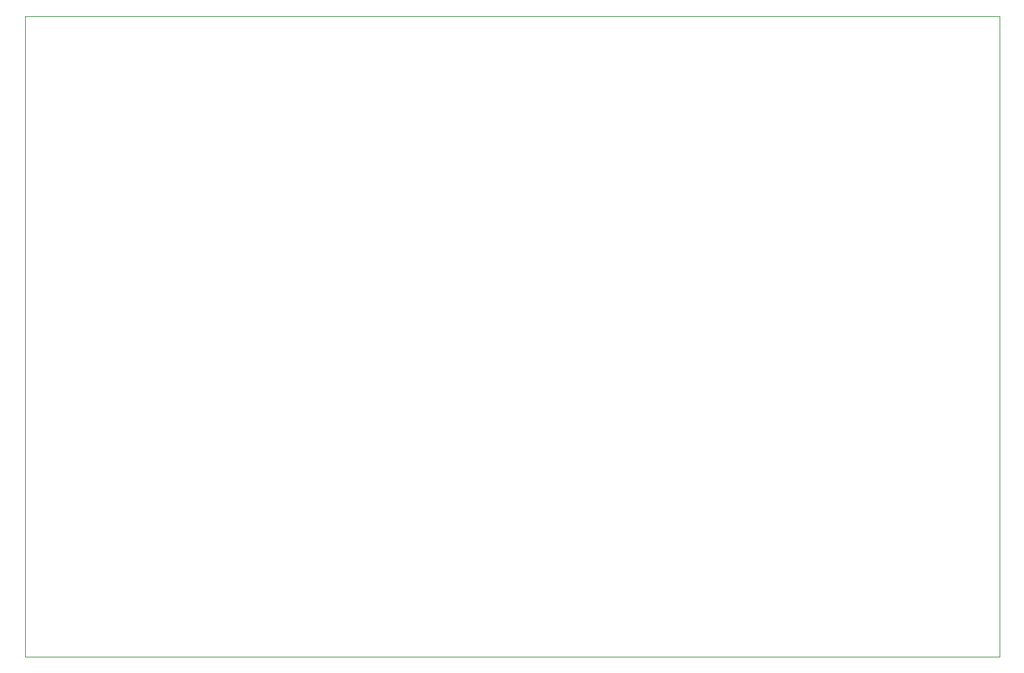
<source format=gbr>
G04 #@! TF.GenerationSoftware,KiCad,Pcbnew,(5.1.2)-2*
G04 #@! TF.CreationDate,2019-10-28T19:05:43-03:00*
G04 #@! TF.ProjectId,PCB,5043422e-6b69-4636-9164-5f7063625858,rev?*
G04 #@! TF.SameCoordinates,Original*
G04 #@! TF.FileFunction,Profile,NP*
%FSLAX46Y46*%
G04 Gerber Fmt 4.6, Leading zero omitted, Abs format (unit mm)*
G04 Created by KiCad (PCBNEW (5.1.2)-2) date 2019-10-28 19:05:43*
%MOMM*%
%LPD*%
G04 APERTURE LIST*
%ADD10C,0.100000*%
G04 APERTURE END LIST*
D10*
X278000000Y-49600000D02*
X156400840Y-49603760D01*
X278000000Y-129603760D02*
X278000000Y-49600000D01*
X156400840Y-129603760D02*
X278000000Y-129603760D01*
X156400840Y-49603760D02*
X156400840Y-129603760D01*
M02*

</source>
